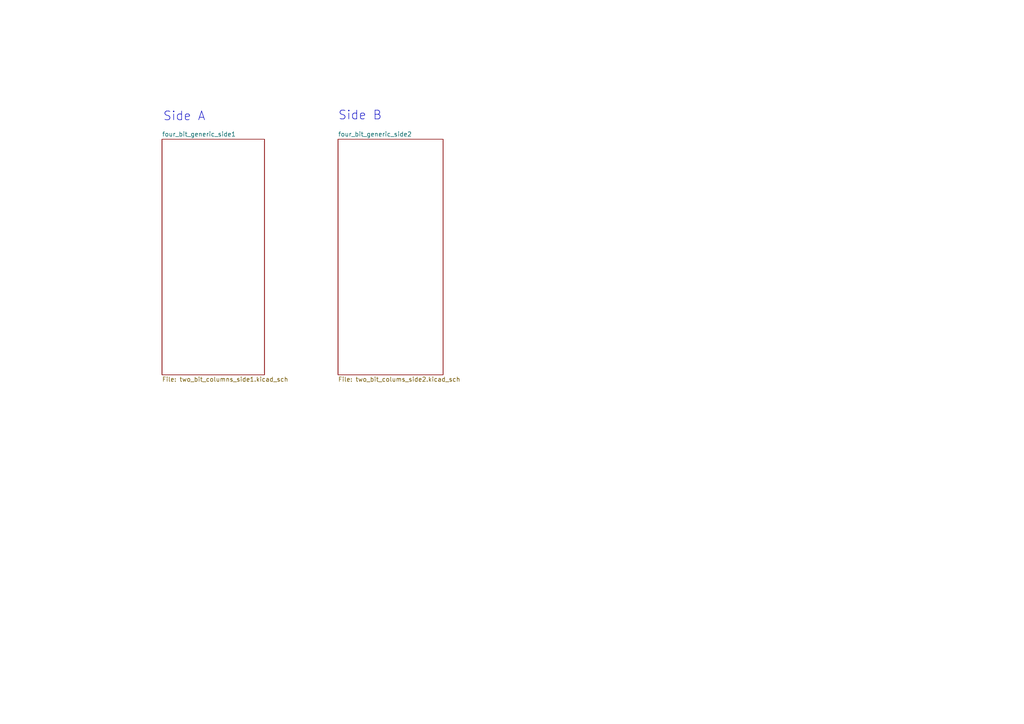
<source format=kicad_sch>
(kicad_sch (version 20211123) (generator eeschema)
  (paper "A4")
  (title_block (title "Logic Flow Diagram - Logic Module A8-A11 Generic") (rev "a") (comment 1 "Ref. Apollo Drawing No. 2005255-, 2005256A, 2005257A, 2005258A") (comment 2 "Important: Pin Layout does not match original Documents"))
  (lib_symbols)
  (text "Side A" (at 47.244 35.306 0) (effects (font (size 2.54 2.54)) (justify left bottom)))
  (text "Side B" (at 98.044 35.052 0) (effects (font (size 2.54 2.54)) (justify left bottom)))
  (sheet (at 98.044 40.386) (size 30.48 68.326) (stroke (width 0.1524))
    (property "Sheet name" "four_bit_generic_side2" (at 98.044 39.6744 0) (effects (justify left bottom)))
    (property "Sheet file" "two_bit_colums_side2.kicad_sch" (at 98.044 109.2966 0) (effects (justify left top)))
  )
  (sheet (at 46.99 40.386) (size 29.718 68.326) (stroke (width 0.1524))
    (property "Sheet name" "four_bit_generic_side1" (at 46.99 39.6744 0) (effects (justify left bottom)))
    (property "Sheet file" "two_bit_columns_side1.kicad_sch" (at 46.99 109.2966 0) (effects (justify left top)))
  )
)
</source>
